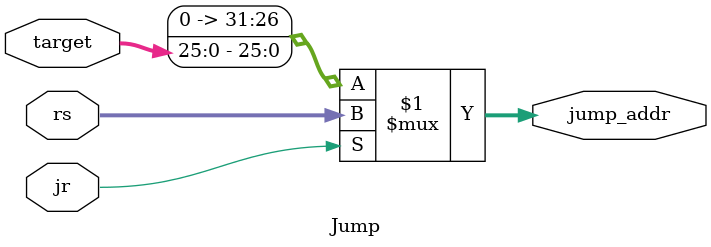
<source format=v>
`timescale 100fs/100fs
module Jump
    (
        input jr,
        input [31:0] rs,
        input [25:0] target,
        output [31:0] jump_addr
    );
    assign jump_addr = (jr) ? rs: {{6{1'b0}}, target};
endmodule
</source>
